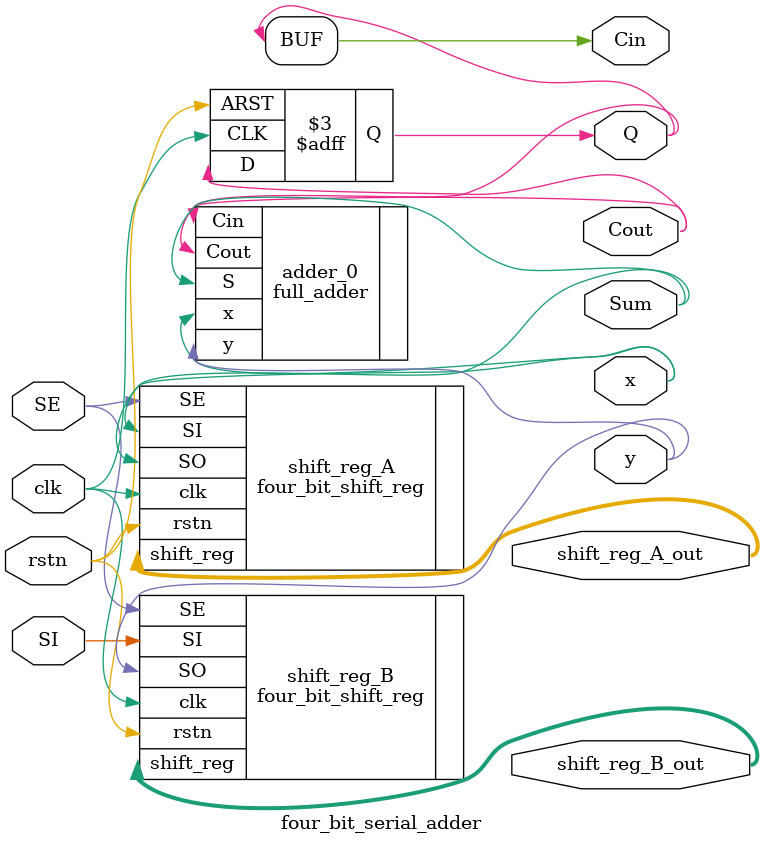
<source format=v>
module four_bit_serial_adder (
    input rstn, clk, SI, SE,
    output [3:0] shift_reg_A_out, shift_reg_B_out,
    output reg Q,
    output x, y, Cin, Sum, Cout
);
    four_bit_shift_reg shift_reg_A (
        .rstn (rstn),
        .clk (clk),
        .SI (Sum),
        .SE (SE),
        .SO (x),
        .shift_reg (shift_reg_A_out)
    );

    four_bit_shift_reg shift_reg_B (
        .rstn (rstn),
        .clk (clk),
        .SI (SI),
        .SE (SE),
        .SO (y),
        .shift_reg (shift_reg_B_out)
    );

    full_adder adder_0 (
        .x (x),
        .y (y),
        .Cin (Q),
        .S (Sum),
        .Cout (Cout)
    );

    always @ (posedge clk, negedge rstn)
    begin
        if (!rstn)
        begin
            Q <= 1'b0;
        end
        else
        begin
            Q <= Cout;
        end
    end

    assign Cin = Q;
endmodule

</source>
